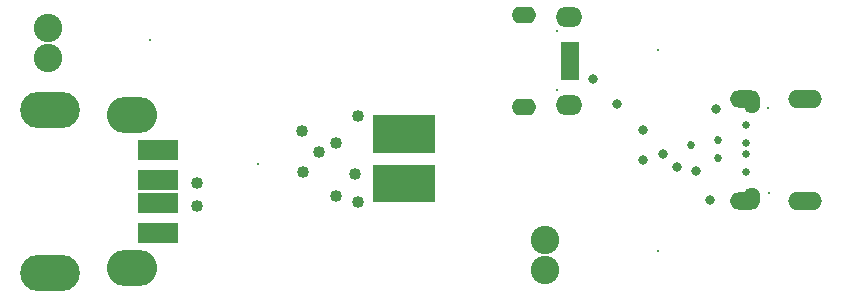
<source format=gbs>
G04 Layer_Color=16711935*
%FSLAX25Y25*%
%MOIN*%
G70*
G01*
G75*
%ADD36R,0.20685X0.01787*%
%ADD37C,0.01000*%
%ADD38O,0.08874X0.06709*%
%ADD39O,0.08087X0.05528*%
%ADD40C,0.09500*%
%ADD41O,0.05331X0.07000*%
%ADD42O,0.10055X0.05724*%
%ADD43O,0.11236X0.06118*%
%ADD44R,0.01000X0.01000*%
%ADD45C,0.02500*%
%ADD46C,0.03200*%
%ADD47C,0.02700*%
%ADD48O,0.16748X0.12024*%
%ADD49O,0.19898X0.12024*%
%ADD50C,0.04000*%
%ADD51R,0.06118X0.02772*%
%ADD52R,0.13795X0.06906*%
%ADD53R,0.20685X0.02575*%
G36*
X183070Y71170D02*
X162270D01*
Y83770D01*
X183070D01*
Y71170D01*
D02*
G37*
G36*
X183170Y87720D02*
X162370D01*
Y100220D01*
X183170D01*
Y87720D01*
D02*
G37*
D36*
X172670Y74917D02*
D03*
Y76885D02*
D03*
Y78854D02*
D03*
Y80822D02*
D03*
Y82791D02*
D03*
Y88696D02*
D03*
Y90665D02*
D03*
Y92633D02*
D03*
Y94602D02*
D03*
Y96570D02*
D03*
D37*
X223740Y128201D02*
D03*
Y108516D02*
D03*
X294327Y74458D02*
D03*
X294071Y102805D02*
D03*
X123970Y83970D02*
D03*
X87970Y125470D02*
D03*
D38*
X227874Y133024D02*
D03*
Y103693D02*
D03*
D39*
X212913Y103102D02*
D03*
Y133614D02*
D03*
D40*
X219627Y48658D02*
D03*
Y58658D02*
D03*
X53970Y119270D02*
D03*
Y129270D02*
D03*
D41*
X288827Y72758D02*
D03*
Y104458D02*
D03*
D42*
X286453Y71624D02*
D03*
X286453Y105639D02*
D03*
D43*
X306335Y71624D02*
D03*
Y105639D02*
D03*
D44*
X257427Y54958D02*
D03*
Y122058D02*
D03*
D45*
X286927Y87158D02*
D03*
Y90858D02*
D03*
Y81358D02*
D03*
Y96858D02*
D03*
D46*
X270127Y81558D02*
D03*
X235627Y112358D02*
D03*
X263927Y82958D02*
D03*
X259227Y87458D02*
D03*
X243827Y103858D02*
D03*
X252327Y95358D02*
D03*
X274827Y71858D02*
D03*
X276827Y102358D02*
D03*
X252327Y85358D02*
D03*
D47*
X277327Y85858D02*
D03*
X268327Y90358D02*
D03*
X277327Y91858D02*
D03*
D48*
X81933Y100264D02*
D03*
Y49476D02*
D03*
D49*
X54728Y47705D02*
D03*
Y102035D02*
D03*
D50*
X150170Y73170D02*
D03*
X139070Y81170D02*
D03*
X150070Y90970D02*
D03*
X138870Y94870D02*
D03*
X157370Y99870D02*
D03*
Y71370D02*
D03*
X144370Y87870D02*
D03*
X156318Y80822D02*
D03*
X103807Y77807D02*
D03*
Y69933D02*
D03*
D51*
X228071Y118358D02*
D03*
Y115799D02*
D03*
Y113240D02*
D03*
Y120917D02*
D03*
Y123476D02*
D03*
D52*
X90870Y61090D02*
D03*
Y70933D02*
D03*
Y78807D02*
D03*
Y88650D02*
D03*
D53*
X172670Y98932D02*
D03*
Y72553D02*
D03*
M02*

</source>
